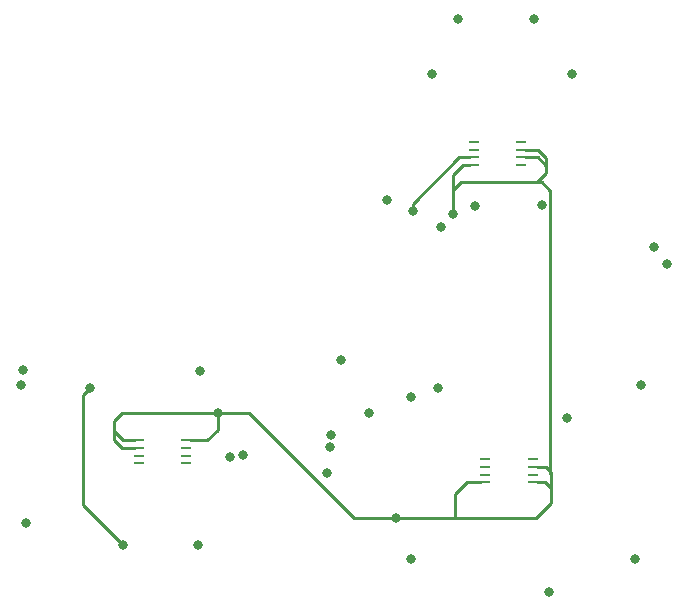
<source format=gbr>
%TF.GenerationSoftware,KiCad,Pcbnew,(5.1.12)-1*%
%TF.CreationDate,2022-11-07T03:47:31-06:00*%
%TF.ProjectId,perovskite_contact_board,7065726f-7673-46b6-9974-655f636f6e74,rev?*%
%TF.SameCoordinates,Original*%
%TF.FileFunction,Copper,L2,Inr*%
%TF.FilePolarity,Positive*%
%FSLAX46Y46*%
G04 Gerber Fmt 4.6, Leading zero omitted, Abs format (unit mm)*
G04 Created by KiCad (PCBNEW (5.1.12)-1) date 2022-11-07 03:47:31*
%MOMM*%
%LPD*%
G01*
G04 APERTURE LIST*
%TA.AperFunction,ComponentPad*%
%ADD10O,1.000000X0.250000*%
%TD*%
%TA.AperFunction,ViaPad*%
%ADD11C,0.800000*%
%TD*%
%TA.AperFunction,Conductor*%
%ADD12C,0.250000*%
%TD*%
G04 APERTURE END LIST*
D10*
%TO.N,GND*%
%TO.C,U6*%
X211050120Y-58744760D03*
%TO.N,Vdd*%
X215050120Y-58744760D03*
%TO.N,Alert3*%
X211050120Y-58094760D03*
%TO.N,GND*%
X215050120Y-58094760D03*
%TO.N,SCL*%
X211050120Y-57444760D03*
%TO.N,GND*%
X215050120Y-57444760D03*
%TO.N,SDA*%
X211050120Y-56794760D03*
%TO.N,Vdd*%
X215050120Y-56794760D03*
%TD*%
%TO.N,GND*%
%TO.C,U5*%
X212030560Y-85597640D03*
X216030560Y-85597640D03*
%TO.N,Alert2*%
X212030560Y-84947640D03*
%TO.N,Vdd*%
X216030560Y-84947640D03*
%TO.N,SCL*%
X212030560Y-84297640D03*
%TO.N,GND*%
X216030560Y-84297640D03*
%TO.N,SDA*%
X212030560Y-83647640D03*
%TO.N,Vdd*%
X216030560Y-83647640D03*
%TD*%
%TO.N,GND*%
%TO.C,U4*%
X186698640Y-82062680D03*
X182698640Y-82062680D03*
%TO.N,Alert1*%
X186698640Y-82712680D03*
%TO.N,GND*%
X182698640Y-82712680D03*
%TO.N,SCL*%
X186698640Y-83362680D03*
%TO.N,Vdd*%
X182698640Y-83362680D03*
%TO.N,SDA*%
X186698640Y-84012680D03*
%TO.N,Vdd*%
X182698640Y-84012680D03*
%TD*%
D11*
%TO.N,SDA*%
X202194160Y-79705200D03*
X198998840Y-81594960D03*
X216789000Y-62103000D03*
X203708000Y-61722000D03*
%TO.N,GND*%
X189357000Y-79756000D03*
X204470000Y-88646000D03*
X209296000Y-62865000D03*
%TO.N,Vdd*%
X199811640Y-75280520D03*
X191516000Y-83312000D03*
X198859120Y-82585153D03*
X211178140Y-62202060D03*
%TO.N,Alert1*%
X190373000Y-83439000D03*
%TO.N,Alert3*%
X205867000Y-62611000D03*
%TO.N,1*%
X172847000Y-76073000D03*
%TO.N,2*%
X172720000Y-77343000D03*
%TO.N,3*%
X187833000Y-76200000D03*
%TO.N,4*%
X187706000Y-90932000D03*
%TO.N,5*%
X181356000Y-90932000D03*
X178562000Y-77597000D03*
%TO.N,6*%
X173101000Y-89027000D03*
%TO.N,7*%
X208026000Y-77597000D03*
%TO.N,8*%
X218948000Y-80137000D03*
%TO.N,9*%
X225171000Y-77343000D03*
%TO.N,10*%
X217424000Y-94869000D03*
%TO.N,11*%
X224663000Y-92075000D03*
%TO.N,12*%
X205740000Y-92075000D03*
%TO.N,13*%
X209677000Y-46355000D03*
%TO.N,14*%
X207518000Y-51054000D03*
%TO.N,15*%
X216154000Y-46355000D03*
%TO.N,16*%
X226311280Y-65659000D03*
%TO.N,17*%
X219329000Y-51054000D03*
%TO.N,18*%
X208280000Y-64008000D03*
%TO.N,CP*%
X227411280Y-67101720D03*
X205740000Y-78359000D03*
X198628000Y-84836000D03*
%TD*%
D12*
%TO.N,GND*%
X189357000Y-79756000D02*
X189357000Y-81153000D01*
X188447320Y-82062680D02*
X187047010Y-82062680D01*
X189357000Y-81153000D02*
X188447320Y-82062680D01*
X180594000Y-82042000D02*
X181264680Y-82712680D01*
X180594000Y-80391000D02*
X180594000Y-82042000D01*
X181264680Y-82712680D02*
X182346990Y-82712680D01*
X181229000Y-79756000D02*
X180594000Y-80391000D01*
X189357000Y-79756000D02*
X181229000Y-79756000D01*
X180594000Y-80391000D02*
X180594000Y-81280000D01*
X181376680Y-82062680D02*
X182346990Y-82062680D01*
X180594000Y-81280000D02*
X181376680Y-82062680D01*
X216281000Y-88646000D02*
X217551000Y-87376000D01*
X217551000Y-87376000D02*
X217551000Y-86106000D01*
X217042640Y-85597640D02*
X216390760Y-85597640D01*
X217551000Y-86106000D02*
X217042640Y-85597640D01*
X209423000Y-88646000D02*
X209423000Y-86614000D01*
X204470000Y-88646000D02*
X209423000Y-88646000D01*
X209423000Y-88646000D02*
X216281000Y-88646000D01*
X210439360Y-85597640D02*
X211690740Y-85597640D01*
X209423000Y-86614000D02*
X210439360Y-85597640D01*
X217139640Y-84297640D02*
X216390760Y-84297640D01*
X217551000Y-84709000D02*
X217139640Y-84297640D01*
X209296000Y-62865000D02*
X209296000Y-59563000D01*
X210114240Y-58744760D02*
X210690740Y-58744760D01*
X209296000Y-59563000D02*
X210114240Y-58744760D01*
X209296000Y-62865000D02*
X209296000Y-60833000D01*
X209296000Y-60833000D02*
X209931000Y-60198000D01*
X209931000Y-60198000D02*
X216408000Y-60198000D01*
X216408000Y-60198000D02*
X217170000Y-59436000D01*
X217170000Y-59436000D02*
X217170000Y-58801000D01*
X216463760Y-58094760D02*
X215390760Y-58094760D01*
X217170000Y-58801000D02*
X216463760Y-58094760D01*
X217170000Y-58166000D02*
X217170000Y-58801000D01*
X216448760Y-57444760D02*
X217170000Y-58166000D01*
X215390760Y-57444760D02*
X216448760Y-57444760D01*
X216408000Y-60198000D02*
X216789000Y-60198000D01*
X217514001Y-84926001D02*
X217551000Y-84963000D01*
X217514001Y-60923001D02*
X217514001Y-84926001D01*
X216789000Y-60198000D02*
X217514001Y-60923001D01*
X217551000Y-84963000D02*
X217551000Y-84709000D01*
X217551000Y-86106000D02*
X217551000Y-84963000D01*
X204470000Y-88646000D02*
X200914000Y-88646000D01*
X192024000Y-79756000D02*
X189357000Y-79756000D01*
X200914000Y-88646000D02*
X192024000Y-79756000D01*
%TO.N,Alert3*%
X205867000Y-62045315D02*
X205867000Y-62611000D01*
X209817555Y-58094760D02*
X205867000Y-62045315D01*
X210690740Y-58094760D02*
X209817555Y-58094760D01*
%TO.N,5*%
X181356000Y-90932000D02*
X177927000Y-87503000D01*
X177927000Y-78232000D02*
X178562000Y-77597000D01*
X177927000Y-87503000D02*
X177927000Y-78232000D01*
%TD*%
M02*

</source>
